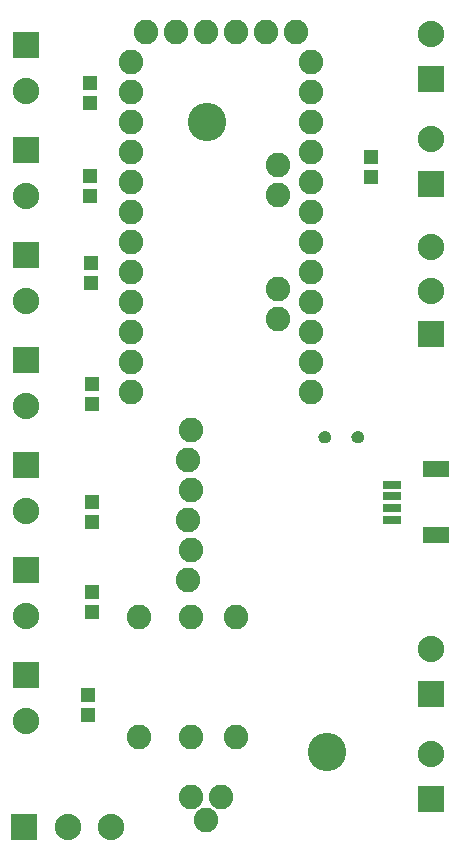
<source format=gts>
G75*
%MOIN*%
%OFA0B0*%
%FSLAX24Y24*%
%IPPOS*%
%LPD*%
%AMOC8*
5,1,8,0,0,1.08239X$1,22.5*
%
%ADD10C,0.1280*%
%ADD11R,0.0880X0.0880*%
%ADD12C,0.0880*%
%ADD13C,0.0820*%
%ADD14C,0.0050*%
%ADD15R,0.0867X0.0552*%
%ADD16R,0.0611X0.0316*%
%ADD17R,0.0474X0.0513*%
D10*
X011567Y004067D03*
X007567Y025067D03*
D11*
X001487Y001557D03*
X001557Y006627D03*
X001557Y010127D03*
X001557Y013627D03*
X001557Y017127D03*
X001557Y020627D03*
X001557Y024127D03*
X001557Y027627D03*
X015057Y026487D03*
X015057Y022987D03*
X015057Y017987D03*
X015057Y005987D03*
X015057Y002487D03*
D12*
X015057Y004005D03*
X015057Y007505D03*
X015057Y019435D03*
X015057Y020883D03*
X015057Y024505D03*
X015057Y028005D03*
X001557Y026109D03*
X001557Y022609D03*
X001557Y019109D03*
X001557Y015609D03*
X001557Y012109D03*
X001557Y008609D03*
X001557Y005109D03*
X002935Y001557D03*
X004383Y001557D03*
D13*
X005307Y004557D03*
X007057Y004557D03*
X007057Y002557D03*
X007557Y001807D03*
X008057Y002557D03*
X008557Y004557D03*
X008557Y008557D03*
X007057Y008557D03*
X006947Y009807D03*
X007047Y010807D03*
X006947Y011807D03*
X007047Y012807D03*
X006947Y013807D03*
X007047Y014807D03*
X005057Y016057D03*
X005057Y017057D03*
X005057Y018057D03*
X005057Y019057D03*
X005057Y020057D03*
X005057Y021057D03*
X005057Y022057D03*
X005057Y023057D03*
X005057Y024057D03*
X005057Y025057D03*
X005057Y026057D03*
X005057Y027057D03*
X005557Y028057D03*
X006557Y028057D03*
X007557Y028057D03*
X008557Y028057D03*
X009557Y028057D03*
X010557Y028057D03*
X011057Y027057D03*
X011057Y026057D03*
X011057Y025057D03*
X011057Y024057D03*
X011057Y023057D03*
X011057Y022057D03*
X011057Y021057D03*
X011057Y020057D03*
X011057Y019057D03*
X011057Y018057D03*
X011057Y017057D03*
X011057Y016057D03*
X009932Y018495D03*
X009932Y019495D03*
X009932Y022620D03*
X009932Y023620D03*
X005307Y008557D03*
D14*
X011369Y014446D02*
X011348Y014477D01*
X011335Y014513D01*
X011329Y014551D01*
X011333Y014591D01*
X011345Y014630D01*
X011366Y014664D01*
X011393Y014693D01*
X011427Y014716D01*
X011465Y014730D01*
X011504Y014735D01*
X011544Y014730D01*
X011581Y014716D01*
X011614Y014695D01*
X011642Y014666D01*
X011662Y014632D01*
X011675Y014595D01*
X011678Y014555D01*
X011674Y014517D01*
X011661Y014481D01*
X011640Y014448D01*
X011612Y014421D01*
X011579Y014401D01*
X011543Y014388D01*
X011504Y014384D01*
X011466Y014388D01*
X011430Y014399D01*
X011397Y014419D01*
X011369Y014446D01*
X011356Y014465D02*
X011651Y014465D01*
X011673Y014514D02*
X011334Y014514D01*
X011330Y014562D02*
X011678Y014562D01*
X011669Y014611D02*
X011339Y014611D01*
X011363Y014659D02*
X011646Y014659D01*
X011594Y014708D02*
X011415Y014708D01*
X011401Y014417D02*
X011606Y014417D01*
X012436Y014514D02*
X012775Y014514D01*
X012776Y014517D02*
X012763Y014481D01*
X012742Y014448D01*
X012714Y014421D01*
X012681Y014401D01*
X012645Y014388D01*
X012606Y014384D01*
X012568Y014388D01*
X012532Y014399D01*
X012499Y014419D01*
X012471Y014446D01*
X012450Y014477D01*
X012437Y014513D01*
X012431Y014551D01*
X012435Y014591D01*
X012447Y014630D01*
X012468Y014664D01*
X012495Y014693D01*
X012529Y014716D01*
X012567Y014730D01*
X012606Y014735D01*
X012646Y014730D01*
X012683Y014716D01*
X012716Y014695D01*
X012744Y014666D01*
X012764Y014632D01*
X012777Y014595D01*
X012780Y014555D01*
X012776Y014517D01*
X012780Y014562D02*
X012432Y014562D01*
X012441Y014611D02*
X012771Y014611D01*
X012748Y014659D02*
X012465Y014659D01*
X012517Y014708D02*
X012696Y014708D01*
X012753Y014465D02*
X012458Y014465D01*
X012503Y014417D02*
X012708Y014417D01*
D15*
X015204Y013490D03*
X015204Y011285D03*
D16*
X013757Y011797D03*
X013757Y012190D03*
X013757Y012584D03*
X013757Y012978D03*
D17*
X013057Y023223D03*
X013057Y023892D03*
X003677Y023282D03*
X003677Y022613D03*
X003707Y020372D03*
X003707Y019703D03*
X003757Y016342D03*
X003757Y015673D03*
X003747Y012392D03*
X003747Y011723D03*
X003757Y009392D03*
X003757Y008723D03*
X003617Y005952D03*
X003617Y005283D03*
X003667Y025693D03*
X003667Y026362D03*
M02*

</source>
